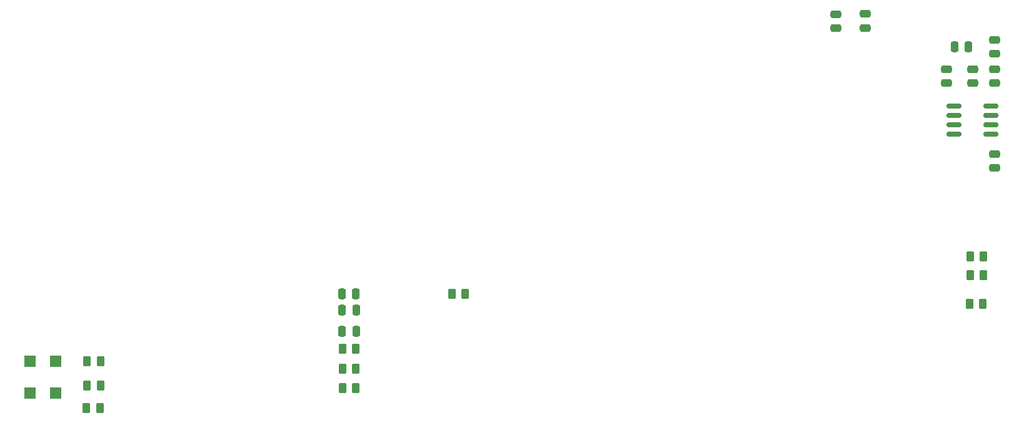
<source format=gtp>
%TF.GenerationSoftware,KiCad,Pcbnew,8.0.5*%
%TF.CreationDate,2024-10-11T09:15:33-05:00*%
%TF.ProjectId,Lab2_starter,4c616232-5f73-4746-9172-7465722e6b69,1*%
%TF.SameCoordinates,Original*%
%TF.FileFunction,Paste,Top*%
%TF.FilePolarity,Positive*%
%FSLAX46Y46*%
G04 Gerber Fmt 4.6, Leading zero omitted, Abs format (unit mm)*
G04 Created by KiCad (PCBNEW 8.0.5) date 2024-10-11 09:15:33*
%MOMM*%
%LPD*%
G01*
G04 APERTURE LIST*
G04 Aperture macros list*
%AMRoundRect*
0 Rectangle with rounded corners*
0 $1 Rounding radius*
0 $2 $3 $4 $5 $6 $7 $8 $9 X,Y pos of 4 corners*
0 Add a 4 corners polygon primitive as box body*
4,1,4,$2,$3,$4,$5,$6,$7,$8,$9,$2,$3,0*
0 Add four circle primitives for the rounded corners*
1,1,$1+$1,$2,$3*
1,1,$1+$1,$4,$5*
1,1,$1+$1,$6,$7*
1,1,$1+$1,$8,$9*
0 Add four rect primitives between the rounded corners*
20,1,$1+$1,$2,$3,$4,$5,0*
20,1,$1+$1,$4,$5,$6,$7,0*
20,1,$1+$1,$6,$7,$8,$9,0*
20,1,$1+$1,$8,$9,$2,$3,0*%
G04 Aperture macros list end*
%ADD10RoundRect,0.250000X0.262500X0.450000X-0.262500X0.450000X-0.262500X-0.450000X0.262500X-0.450000X0*%
%ADD11RoundRect,0.250000X0.475000X-0.250000X0.475000X0.250000X-0.475000X0.250000X-0.475000X-0.250000X0*%
%ADD12R,1.500000X1.600000*%
%ADD13RoundRect,0.250000X-0.475000X0.250000X-0.475000X-0.250000X0.475000X-0.250000X0.475000X0.250000X0*%
%ADD14RoundRect,0.250000X-0.262500X-0.450000X0.262500X-0.450000X0.262500X0.450000X-0.262500X0.450000X0*%
%ADD15RoundRect,0.250000X-0.250000X-0.475000X0.250000X-0.475000X0.250000X0.475000X-0.250000X0.475000X0*%
%ADD16RoundRect,0.250000X0.250000X0.475000X-0.250000X0.475000X-0.250000X-0.475000X0.250000X-0.475000X0*%
%ADD17RoundRect,0.150000X-0.825000X-0.150000X0.825000X-0.150000X0.825000X0.150000X-0.825000X0.150000X0*%
G04 APERTURE END LIST*
D10*
%TO.C,R6*%
X153512500Y-91000000D03*
X151687500Y-91000000D03*
%TD*%
D11*
%TO.C,C2*%
X155000000Y-64950000D03*
X155000000Y-63050000D03*
%TD*%
D12*
%TO.C,D3*%
X27850000Y-107000000D03*
X24350000Y-107000000D03*
%TD*%
D13*
%TO.C,C1*%
X155000000Y-74550000D03*
X155000000Y-76450000D03*
%TD*%
D14*
%TO.C,R8*%
X66687500Y-101000000D03*
X68512500Y-101000000D03*
%TD*%
D11*
%TO.C,C10*%
X148500000Y-64950000D03*
X148500000Y-63050000D03*
%TD*%
D14*
%TO.C,R7*%
X81487500Y-93500000D03*
X83312500Y-93500000D03*
%TD*%
D15*
%TO.C,C14*%
X66650000Y-95700000D03*
X68550000Y-95700000D03*
%TD*%
D11*
%TO.C,C7*%
X133500000Y-57500000D03*
X133500000Y-55600000D03*
%TD*%
D15*
%TO.C,C8*%
X66600000Y-93500000D03*
X68500000Y-93500000D03*
%TD*%
D14*
%TO.C,R10*%
X32087500Y-106000000D03*
X33912500Y-106000000D03*
%TD*%
%TO.C,R5*%
X151687500Y-88500000D03*
X153512500Y-88500000D03*
%TD*%
D11*
%TO.C,C13*%
X137500000Y-57450000D03*
X137500000Y-55550000D03*
%TD*%
D12*
%TO.C,D4*%
X27850000Y-102700000D03*
X24350000Y-102700000D03*
%TD*%
D16*
%TO.C,C20*%
X151450000Y-60000000D03*
X149550000Y-60000000D03*
%TD*%
D15*
%TO.C,C11*%
X66650000Y-98600000D03*
X68550000Y-98600000D03*
%TD*%
D14*
%TO.C,R12*%
X32000000Y-109000000D03*
X33825000Y-109000000D03*
%TD*%
%TO.C,R11*%
X32087500Y-102700000D03*
X33912500Y-102700000D03*
%TD*%
D11*
%TO.C,C21*%
X152000000Y-64950000D03*
X152000000Y-63050000D03*
%TD*%
D17*
%TO.C,U2*%
X149525000Y-68095000D03*
X149525000Y-69365000D03*
X149525000Y-70635000D03*
X149525000Y-71905000D03*
X154475000Y-71905000D03*
X154475000Y-70635000D03*
X154475000Y-69365000D03*
X154475000Y-68095000D03*
%TD*%
D14*
%TO.C,R9*%
X151587500Y-94900000D03*
X153412500Y-94900000D03*
%TD*%
D10*
%TO.C,R2*%
X68512500Y-103700000D03*
X66687500Y-103700000D03*
%TD*%
D13*
%TO.C,C19*%
X155000000Y-59050000D03*
X155000000Y-60950000D03*
%TD*%
D14*
%TO.C,R1*%
X66687500Y-106300000D03*
X68512500Y-106300000D03*
%TD*%
M02*

</source>
